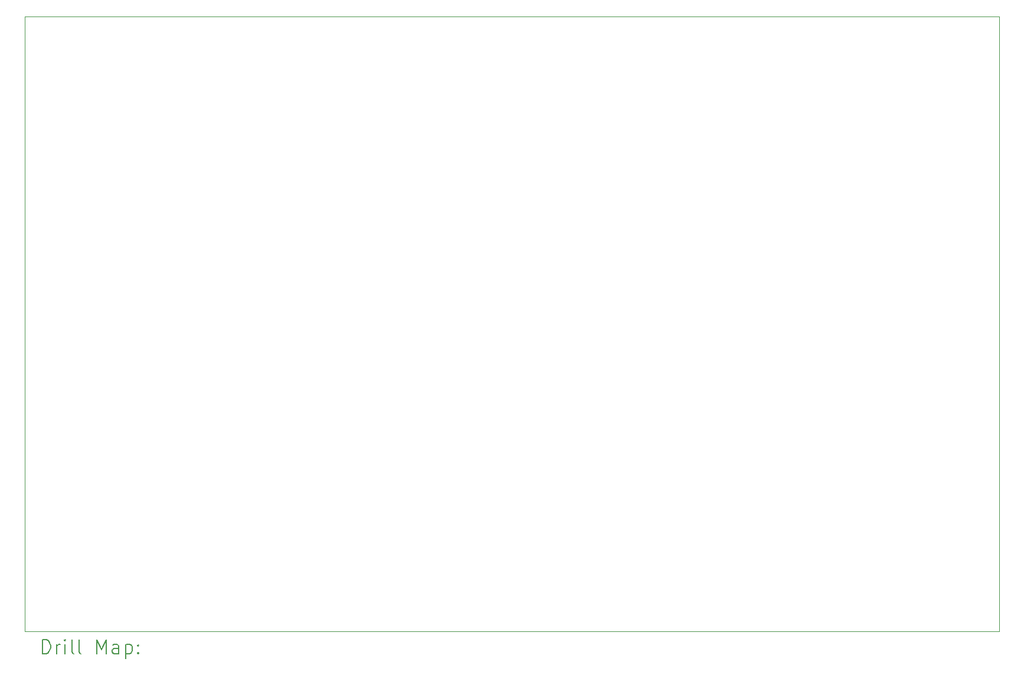
<source format=gbr>
%TF.GenerationSoftware,KiCad,Pcbnew,7.0.6*%
%TF.CreationDate,2024-11-05T16:24:24-08:00*%
%TF.ProjectId,LED-Driver,4c45442d-4472-4697-9665-722e6b696361,rev?*%
%TF.SameCoordinates,Original*%
%TF.FileFunction,Drillmap*%
%TF.FilePolarity,Positive*%
%FSLAX45Y45*%
G04 Gerber Fmt 4.5, Leading zero omitted, Abs format (unit mm)*
G04 Created by KiCad (PCBNEW 7.0.6) date 2024-11-05 16:24:24*
%MOMM*%
%LPD*%
G01*
G04 APERTURE LIST*
%ADD10C,0.100000*%
%ADD11C,0.200000*%
G04 APERTURE END LIST*
D10*
X21601584Y-4889500D02*
X21601584Y-13716000D01*
X7623084Y-13716000D02*
X7623084Y-4889500D01*
X7623084Y-4889500D02*
X21601584Y-4889500D01*
X21601584Y-13716000D02*
X7623084Y-13716000D01*
D11*
X7878861Y-14032484D02*
X7878861Y-13832484D01*
X7878861Y-13832484D02*
X7926480Y-13832484D01*
X7926480Y-13832484D02*
X7955051Y-13842008D01*
X7955051Y-13842008D02*
X7974099Y-13861055D01*
X7974099Y-13861055D02*
X7983622Y-13880103D01*
X7983622Y-13880103D02*
X7993146Y-13918198D01*
X7993146Y-13918198D02*
X7993146Y-13946769D01*
X7993146Y-13946769D02*
X7983622Y-13984865D01*
X7983622Y-13984865D02*
X7974099Y-14003912D01*
X7974099Y-14003912D02*
X7955051Y-14022960D01*
X7955051Y-14022960D02*
X7926480Y-14032484D01*
X7926480Y-14032484D02*
X7878861Y-14032484D01*
X8078861Y-14032484D02*
X8078861Y-13899150D01*
X8078861Y-13937246D02*
X8088384Y-13918198D01*
X8088384Y-13918198D02*
X8097908Y-13908674D01*
X8097908Y-13908674D02*
X8116956Y-13899150D01*
X8116956Y-13899150D02*
X8136003Y-13899150D01*
X8202670Y-14032484D02*
X8202670Y-13899150D01*
X8202670Y-13832484D02*
X8193146Y-13842008D01*
X8193146Y-13842008D02*
X8202670Y-13851531D01*
X8202670Y-13851531D02*
X8212194Y-13842008D01*
X8212194Y-13842008D02*
X8202670Y-13832484D01*
X8202670Y-13832484D02*
X8202670Y-13851531D01*
X8326480Y-14032484D02*
X8307432Y-14022960D01*
X8307432Y-14022960D02*
X8297908Y-14003912D01*
X8297908Y-14003912D02*
X8297908Y-13832484D01*
X8431242Y-14032484D02*
X8412194Y-14022960D01*
X8412194Y-14022960D02*
X8402670Y-14003912D01*
X8402670Y-14003912D02*
X8402670Y-13832484D01*
X8659813Y-14032484D02*
X8659813Y-13832484D01*
X8659813Y-13832484D02*
X8726480Y-13975341D01*
X8726480Y-13975341D02*
X8793146Y-13832484D01*
X8793146Y-13832484D02*
X8793146Y-14032484D01*
X8974099Y-14032484D02*
X8974099Y-13927722D01*
X8974099Y-13927722D02*
X8964575Y-13908674D01*
X8964575Y-13908674D02*
X8945527Y-13899150D01*
X8945527Y-13899150D02*
X8907432Y-13899150D01*
X8907432Y-13899150D02*
X8888384Y-13908674D01*
X8974099Y-14022960D02*
X8955051Y-14032484D01*
X8955051Y-14032484D02*
X8907432Y-14032484D01*
X8907432Y-14032484D02*
X8888384Y-14022960D01*
X8888384Y-14022960D02*
X8878861Y-14003912D01*
X8878861Y-14003912D02*
X8878861Y-13984865D01*
X8878861Y-13984865D02*
X8888384Y-13965817D01*
X8888384Y-13965817D02*
X8907432Y-13956293D01*
X8907432Y-13956293D02*
X8955051Y-13956293D01*
X8955051Y-13956293D02*
X8974099Y-13946769D01*
X9069337Y-13899150D02*
X9069337Y-14099150D01*
X9069337Y-13908674D02*
X9088384Y-13899150D01*
X9088384Y-13899150D02*
X9126480Y-13899150D01*
X9126480Y-13899150D02*
X9145527Y-13908674D01*
X9145527Y-13908674D02*
X9155051Y-13918198D01*
X9155051Y-13918198D02*
X9164575Y-13937246D01*
X9164575Y-13937246D02*
X9164575Y-13994388D01*
X9164575Y-13994388D02*
X9155051Y-14013436D01*
X9155051Y-14013436D02*
X9145527Y-14022960D01*
X9145527Y-14022960D02*
X9126480Y-14032484D01*
X9126480Y-14032484D02*
X9088384Y-14032484D01*
X9088384Y-14032484D02*
X9069337Y-14022960D01*
X9250289Y-14013436D02*
X9259813Y-14022960D01*
X9259813Y-14022960D02*
X9250289Y-14032484D01*
X9250289Y-14032484D02*
X9240765Y-14022960D01*
X9240765Y-14022960D02*
X9250289Y-14013436D01*
X9250289Y-14013436D02*
X9250289Y-14032484D01*
X9250289Y-13908674D02*
X9259813Y-13918198D01*
X9259813Y-13918198D02*
X9250289Y-13927722D01*
X9250289Y-13927722D02*
X9240765Y-13918198D01*
X9240765Y-13918198D02*
X9250289Y-13908674D01*
X9250289Y-13908674D02*
X9250289Y-13927722D01*
M02*

</source>
